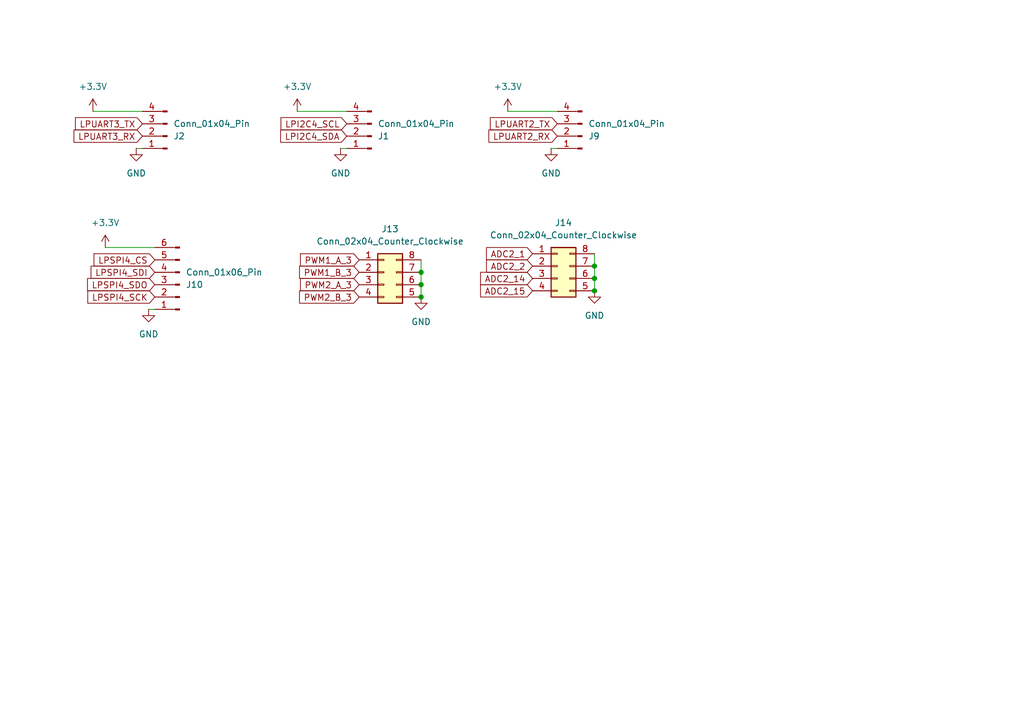
<source format=kicad_sch>
(kicad_sch
	(version 20231120)
	(generator "eeschema")
	(generator_version "8.0")
	(uuid "e0a678ed-3d0f-436f-91a5-04559ba6ca7e")
	(paper "A5")
	(title_block
		(title "RT1050 DevBoard for Project Horizon")
		(rev "v1")
		(company "Northeastern University")
		(comment 1 "Built by Madhav Kapa")
	)
	(lib_symbols
		(symbol "Connector:Conn_01x04_Pin"
			(pin_names
				(offset 1.016) hide)
			(exclude_from_sim no)
			(in_bom yes)
			(on_board yes)
			(property "Reference" "J"
				(at 0 5.08 0)
				(effects
					(font
						(size 1.27 1.27)
					)
				)
			)
			(property "Value" "Conn_01x04_Pin"
				(at 0 -7.62 0)
				(effects
					(font
						(size 1.27 1.27)
					)
				)
			)
			(property "Footprint" ""
				(at 0 0 0)
				(effects
					(font
						(size 1.27 1.27)
					)
					(hide yes)
				)
			)
			(property "Datasheet" "~"
				(at 0 0 0)
				(effects
					(font
						(size 1.27 1.27)
					)
					(hide yes)
				)
			)
			(property "Description" "Generic connector, single row, 01x04, script generated"
				(at 0 0 0)
				(effects
					(font
						(size 1.27 1.27)
					)
					(hide yes)
				)
			)
			(property "ki_locked" ""
				(at 0 0 0)
				(effects
					(font
						(size 1.27 1.27)
					)
				)
			)
			(property "ki_keywords" "connector"
				(at 0 0 0)
				(effects
					(font
						(size 1.27 1.27)
					)
					(hide yes)
				)
			)
			(property "ki_fp_filters" "Connector*:*_1x??_*"
				(at 0 0 0)
				(effects
					(font
						(size 1.27 1.27)
					)
					(hide yes)
				)
			)
			(symbol "Conn_01x04_Pin_1_1"
				(polyline
					(pts
						(xy 1.27 -5.08) (xy 0.8636 -5.08)
					)
					(stroke
						(width 0.1524)
						(type default)
					)
					(fill
						(type none)
					)
				)
				(polyline
					(pts
						(xy 1.27 -2.54) (xy 0.8636 -2.54)
					)
					(stroke
						(width 0.1524)
						(type default)
					)
					(fill
						(type none)
					)
				)
				(polyline
					(pts
						(xy 1.27 0) (xy 0.8636 0)
					)
					(stroke
						(width 0.1524)
						(type default)
					)
					(fill
						(type none)
					)
				)
				(polyline
					(pts
						(xy 1.27 2.54) (xy 0.8636 2.54)
					)
					(stroke
						(width 0.1524)
						(type default)
					)
					(fill
						(type none)
					)
				)
				(rectangle
					(start 0.8636 -4.953)
					(end 0 -5.207)
					(stroke
						(width 0.1524)
						(type default)
					)
					(fill
						(type outline)
					)
				)
				(rectangle
					(start 0.8636 -2.413)
					(end 0 -2.667)
					(stroke
						(width 0.1524)
						(type default)
					)
					(fill
						(type outline)
					)
				)
				(rectangle
					(start 0.8636 0.127)
					(end 0 -0.127)
					(stroke
						(width 0.1524)
						(type default)
					)
					(fill
						(type outline)
					)
				)
				(rectangle
					(start 0.8636 2.667)
					(end 0 2.413)
					(stroke
						(width 0.1524)
						(type default)
					)
					(fill
						(type outline)
					)
				)
				(pin passive line
					(at 5.08 2.54 180)
					(length 3.81)
					(name "Pin_1"
						(effects
							(font
								(size 1.27 1.27)
							)
						)
					)
					(number "1"
						(effects
							(font
								(size 1.27 1.27)
							)
						)
					)
				)
				(pin passive line
					(at 5.08 0 180)
					(length 3.81)
					(name "Pin_2"
						(effects
							(font
								(size 1.27 1.27)
							)
						)
					)
					(number "2"
						(effects
							(font
								(size 1.27 1.27)
							)
						)
					)
				)
				(pin passive line
					(at 5.08 -2.54 180)
					(length 3.81)
					(name "Pin_3"
						(effects
							(font
								(size 1.27 1.27)
							)
						)
					)
					(number "3"
						(effects
							(font
								(size 1.27 1.27)
							)
						)
					)
				)
				(pin passive line
					(at 5.08 -5.08 180)
					(length 3.81)
					(name "Pin_4"
						(effects
							(font
								(size 1.27 1.27)
							)
						)
					)
					(number "4"
						(effects
							(font
								(size 1.27 1.27)
							)
						)
					)
				)
			)
		)
		(symbol "Connector:Conn_01x06_Pin"
			(pin_names
				(offset 1.016) hide)
			(exclude_from_sim no)
			(in_bom yes)
			(on_board yes)
			(property "Reference" "J"
				(at 0 7.62 0)
				(effects
					(font
						(size 1.27 1.27)
					)
				)
			)
			(property "Value" "Conn_01x06_Pin"
				(at 0 -10.16 0)
				(effects
					(font
						(size 1.27 1.27)
					)
				)
			)
			(property "Footprint" ""
				(at 0 0 0)
				(effects
					(font
						(size 1.27 1.27)
					)
					(hide yes)
				)
			)
			(property "Datasheet" "~"
				(at 0 0 0)
				(effects
					(font
						(size 1.27 1.27)
					)
					(hide yes)
				)
			)
			(property "Description" "Generic connector, single row, 01x06, script generated"
				(at 0 0 0)
				(effects
					(font
						(size 1.27 1.27)
					)
					(hide yes)
				)
			)
			(property "ki_locked" ""
				(at 0 0 0)
				(effects
					(font
						(size 1.27 1.27)
					)
				)
			)
			(property "ki_keywords" "connector"
				(at 0 0 0)
				(effects
					(font
						(size 1.27 1.27)
					)
					(hide yes)
				)
			)
			(property "ki_fp_filters" "Connector*:*_1x??_*"
				(at 0 0 0)
				(effects
					(font
						(size 1.27 1.27)
					)
					(hide yes)
				)
			)
			(symbol "Conn_01x06_Pin_1_1"
				(polyline
					(pts
						(xy 1.27 -7.62) (xy 0.8636 -7.62)
					)
					(stroke
						(width 0.1524)
						(type default)
					)
					(fill
						(type none)
					)
				)
				(polyline
					(pts
						(xy 1.27 -5.08) (xy 0.8636 -5.08)
					)
					(stroke
						(width 0.1524)
						(type default)
					)
					(fill
						(type none)
					)
				)
				(polyline
					(pts
						(xy 1.27 -2.54) (xy 0.8636 -2.54)
					)
					(stroke
						(width 0.1524)
						(type default)
					)
					(fill
						(type none)
					)
				)
				(polyline
					(pts
						(xy 1.27 0) (xy 0.8636 0)
					)
					(stroke
						(width 0.1524)
						(type default)
					)
					(fill
						(type none)
					)
				)
				(polyline
					(pts
						(xy 1.27 2.54) (xy 0.8636 2.54)
					)
					(stroke
						(width 0.1524)
						(type default)
					)
					(fill
						(type none)
					)
				)
				(polyline
					(pts
						(xy 1.27 5.08) (xy 0.8636 5.08)
					)
					(stroke
						(width 0.1524)
						(type default)
					)
					(fill
						(type none)
					)
				)
				(rectangle
					(start 0.8636 -7.493)
					(end 0 -7.747)
					(stroke
						(width 0.1524)
						(type default)
					)
					(fill
						(type outline)
					)
				)
				(rectangle
					(start 0.8636 -4.953)
					(end 0 -5.207)
					(stroke
						(width 0.1524)
						(type default)
					)
					(fill
						(type outline)
					)
				)
				(rectangle
					(start 0.8636 -2.413)
					(end 0 -2.667)
					(stroke
						(width 0.1524)
						(type default)
					)
					(fill
						(type outline)
					)
				)
				(rectangle
					(start 0.8636 0.127)
					(end 0 -0.127)
					(stroke
						(width 0.1524)
						(type default)
					)
					(fill
						(type outline)
					)
				)
				(rectangle
					(start 0.8636 2.667)
					(end 0 2.413)
					(stroke
						(width 0.1524)
						(type default)
					)
					(fill
						(type outline)
					)
				)
				(rectangle
					(start 0.8636 5.207)
					(end 0 4.953)
					(stroke
						(width 0.1524)
						(type default)
					)
					(fill
						(type outline)
					)
				)
				(pin passive line
					(at 5.08 5.08 180)
					(length 3.81)
					(name "Pin_1"
						(effects
							(font
								(size 1.27 1.27)
							)
						)
					)
					(number "1"
						(effects
							(font
								(size 1.27 1.27)
							)
						)
					)
				)
				(pin passive line
					(at 5.08 2.54 180)
					(length 3.81)
					(name "Pin_2"
						(effects
							(font
								(size 1.27 1.27)
							)
						)
					)
					(number "2"
						(effects
							(font
								(size 1.27 1.27)
							)
						)
					)
				)
				(pin passive line
					(at 5.08 0 180)
					(length 3.81)
					(name "Pin_3"
						(effects
							(font
								(size 1.27 1.27)
							)
						)
					)
					(number "3"
						(effects
							(font
								(size 1.27 1.27)
							)
						)
					)
				)
				(pin passive line
					(at 5.08 -2.54 180)
					(length 3.81)
					(name "Pin_4"
						(effects
							(font
								(size 1.27 1.27)
							)
						)
					)
					(number "4"
						(effects
							(font
								(size 1.27 1.27)
							)
						)
					)
				)
				(pin passive line
					(at 5.08 -5.08 180)
					(length 3.81)
					(name "Pin_5"
						(effects
							(font
								(size 1.27 1.27)
							)
						)
					)
					(number "5"
						(effects
							(font
								(size 1.27 1.27)
							)
						)
					)
				)
				(pin passive line
					(at 5.08 -7.62 180)
					(length 3.81)
					(name "Pin_6"
						(effects
							(font
								(size 1.27 1.27)
							)
						)
					)
					(number "6"
						(effects
							(font
								(size 1.27 1.27)
							)
						)
					)
				)
			)
		)
		(symbol "Connector_Generic:Conn_02x04_Counter_Clockwise"
			(pin_names
				(offset 1.016) hide)
			(exclude_from_sim no)
			(in_bom yes)
			(on_board yes)
			(property "Reference" "J"
				(at 1.27 5.08 0)
				(effects
					(font
						(size 1.27 1.27)
					)
				)
			)
			(property "Value" "Conn_02x04_Counter_Clockwise"
				(at 1.27 -7.62 0)
				(effects
					(font
						(size 1.27 1.27)
					)
				)
			)
			(property "Footprint" ""
				(at 0 0 0)
				(effects
					(font
						(size 1.27 1.27)
					)
					(hide yes)
				)
			)
			(property "Datasheet" "~"
				(at 0 0 0)
				(effects
					(font
						(size 1.27 1.27)
					)
					(hide yes)
				)
			)
			(property "Description" "Generic connector, double row, 02x04, counter clockwise pin numbering scheme (similar to DIP package numbering), script generated (kicad-library-utils/schlib/autogen/connector/)"
				(at 0 0 0)
				(effects
					(font
						(size 1.27 1.27)
					)
					(hide yes)
				)
			)
			(property "ki_keywords" "connector"
				(at 0 0 0)
				(effects
					(font
						(size 1.27 1.27)
					)
					(hide yes)
				)
			)
			(property "ki_fp_filters" "Connector*:*_2x??_*"
				(at 0 0 0)
				(effects
					(font
						(size 1.27 1.27)
					)
					(hide yes)
				)
			)
			(symbol "Conn_02x04_Counter_Clockwise_1_1"
				(rectangle
					(start -1.27 -4.953)
					(end 0 -5.207)
					(stroke
						(width 0.1524)
						(type default)
					)
					(fill
						(type none)
					)
				)
				(rectangle
					(start -1.27 -2.413)
					(end 0 -2.667)
					(stroke
						(width 0.1524)
						(type default)
					)
					(fill
						(type none)
					)
				)
				(rectangle
					(start -1.27 0.127)
					(end 0 -0.127)
					(stroke
						(width 0.1524)
						(type default)
					)
					(fill
						(type none)
					)
				)
				(rectangle
					(start -1.27 2.667)
					(end 0 2.413)
					(stroke
						(width 0.1524)
						(type default)
					)
					(fill
						(type none)
					)
				)
				(rectangle
					(start -1.27 3.81)
					(end 3.81 -6.35)
					(stroke
						(width 0.254)
						(type default)
					)
					(fill
						(type background)
					)
				)
				(rectangle
					(start 3.81 -4.953)
					(end 2.54 -5.207)
					(stroke
						(width 0.1524)
						(type default)
					)
					(fill
						(type none)
					)
				)
				(rectangle
					(start 3.81 -2.413)
					(end 2.54 -2.667)
					(stroke
						(width 0.1524)
						(type default)
					)
					(fill
						(type none)
					)
				)
				(rectangle
					(start 3.81 0.127)
					(end 2.54 -0.127)
					(stroke
						(width 0.1524)
						(type default)
					)
					(fill
						(type none)
					)
				)
				(rectangle
					(start 3.81 2.667)
					(end 2.54 2.413)
					(stroke
						(width 0.1524)
						(type default)
					)
					(fill
						(type none)
					)
				)
				(pin passive line
					(at -5.08 2.54 0)
					(length 3.81)
					(name "Pin_1"
						(effects
							(font
								(size 1.27 1.27)
							)
						)
					)
					(number "1"
						(effects
							(font
								(size 1.27 1.27)
							)
						)
					)
				)
				(pin passive line
					(at -5.08 0 0)
					(length 3.81)
					(name "Pin_2"
						(effects
							(font
								(size 1.27 1.27)
							)
						)
					)
					(number "2"
						(effects
							(font
								(size 1.27 1.27)
							)
						)
					)
				)
				(pin passive line
					(at -5.08 -2.54 0)
					(length 3.81)
					(name "Pin_3"
						(effects
							(font
								(size 1.27 1.27)
							)
						)
					)
					(number "3"
						(effects
							(font
								(size 1.27 1.27)
							)
						)
					)
				)
				(pin passive line
					(at -5.08 -5.08 0)
					(length 3.81)
					(name "Pin_4"
						(effects
							(font
								(size 1.27 1.27)
							)
						)
					)
					(number "4"
						(effects
							(font
								(size 1.27 1.27)
							)
						)
					)
				)
				(pin passive line
					(at 7.62 -5.08 180)
					(length 3.81)
					(name "Pin_5"
						(effects
							(font
								(size 1.27 1.27)
							)
						)
					)
					(number "5"
						(effects
							(font
								(size 1.27 1.27)
							)
						)
					)
				)
				(pin passive line
					(at 7.62 -2.54 180)
					(length 3.81)
					(name "Pin_6"
						(effects
							(font
								(size 1.27 1.27)
							)
						)
					)
					(number "6"
						(effects
							(font
								(size 1.27 1.27)
							)
						)
					)
				)
				(pin passive line
					(at 7.62 0 180)
					(length 3.81)
					(name "Pin_7"
						(effects
							(font
								(size 1.27 1.27)
							)
						)
					)
					(number "7"
						(effects
							(font
								(size 1.27 1.27)
							)
						)
					)
				)
				(pin passive line
					(at 7.62 2.54 180)
					(length 3.81)
					(name "Pin_8"
						(effects
							(font
								(size 1.27 1.27)
							)
						)
					)
					(number "8"
						(effects
							(font
								(size 1.27 1.27)
							)
						)
					)
				)
			)
		)
		(symbol "power:+3.3V"
			(power)
			(pin_numbers hide)
			(pin_names
				(offset 0) hide)
			(exclude_from_sim no)
			(in_bom yes)
			(on_board yes)
			(property "Reference" "#PWR"
				(at 0 -3.81 0)
				(effects
					(font
						(size 1.27 1.27)
					)
					(hide yes)
				)
			)
			(property "Value" "+3.3V"
				(at 0 3.556 0)
				(effects
					(font
						(size 1.27 1.27)
					)
				)
			)
			(property "Footprint" ""
				(at 0 0 0)
				(effects
					(font
						(size 1.27 1.27)
					)
					(hide yes)
				)
			)
			(property "Datasheet" ""
				(at 0 0 0)
				(effects
					(font
						(size 1.27 1.27)
					)
					(hide yes)
				)
			)
			(property "Description" "Power symbol creates a global label with name \"+3.3V\""
				(at 0 0 0)
				(effects
					(font
						(size 1.27 1.27)
					)
					(hide yes)
				)
			)
			(property "ki_keywords" "global power"
				(at 0 0 0)
				(effects
					(font
						(size 1.27 1.27)
					)
					(hide yes)
				)
			)
			(symbol "+3.3V_0_1"
				(polyline
					(pts
						(xy -0.762 1.27) (xy 0 2.54)
					)
					(stroke
						(width 0)
						(type default)
					)
					(fill
						(type none)
					)
				)
				(polyline
					(pts
						(xy 0 0) (xy 0 2.54)
					)
					(stroke
						(width 0)
						(type default)
					)
					(fill
						(type none)
					)
				)
				(polyline
					(pts
						(xy 0 2.54) (xy 0.762 1.27)
					)
					(stroke
						(width 0)
						(type default)
					)
					(fill
						(type none)
					)
				)
			)
			(symbol "+3.3V_1_1"
				(pin power_in line
					(at 0 0 90)
					(length 0)
					(name "~"
						(effects
							(font
								(size 1.27 1.27)
							)
						)
					)
					(number "1"
						(effects
							(font
								(size 1.27 1.27)
							)
						)
					)
				)
			)
		)
		(symbol "power:GND"
			(power)
			(pin_numbers hide)
			(pin_names
				(offset 0) hide)
			(exclude_from_sim no)
			(in_bom yes)
			(on_board yes)
			(property "Reference" "#PWR"
				(at 0 -6.35 0)
				(effects
					(font
						(size 1.27 1.27)
					)
					(hide yes)
				)
			)
			(property "Value" "GND"
				(at 0 -3.81 0)
				(effects
					(font
						(size 1.27 1.27)
					)
				)
			)
			(property "Footprint" ""
				(at 0 0 0)
				(effects
					(font
						(size 1.27 1.27)
					)
					(hide yes)
				)
			)
			(property "Datasheet" ""
				(at 0 0 0)
				(effects
					(font
						(size 1.27 1.27)
					)
					(hide yes)
				)
			)
			(property "Description" "Power symbol creates a global label with name \"GND\" , ground"
				(at 0 0 0)
				(effects
					(font
						(size 1.27 1.27)
					)
					(hide yes)
				)
			)
			(property "ki_keywords" "global power"
				(at 0 0 0)
				(effects
					(font
						(size 1.27 1.27)
					)
					(hide yes)
				)
			)
			(symbol "GND_0_1"
				(polyline
					(pts
						(xy 0 0) (xy 0 -1.27) (xy 1.27 -1.27) (xy 0 -2.54) (xy -1.27 -1.27) (xy 0 -1.27)
					)
					(stroke
						(width 0)
						(type default)
					)
					(fill
						(type none)
					)
				)
			)
			(symbol "GND_1_1"
				(pin power_in line
					(at 0 0 270)
					(length 0)
					(name "~"
						(effects
							(font
								(size 1.27 1.27)
							)
						)
					)
					(number "1"
						(effects
							(font
								(size 1.27 1.27)
							)
						)
					)
				)
			)
		)
	)
	(junction
		(at 86.36 55.88)
		(diameter 0)
		(color 0 0 0 0)
		(uuid "01099d12-0795-4414-9bdc-e5066b44c07a")
	)
	(junction
		(at 86.36 60.96)
		(diameter 0)
		(color 0 0 0 0)
		(uuid "6c16f436-b733-4f13-b3ec-2c495950a1ea")
	)
	(junction
		(at 121.92 54.61)
		(diameter 0)
		(color 0 0 0 0)
		(uuid "99e3c830-f009-43b9-bc5e-d9a4c3938730")
	)
	(junction
		(at 86.36 58.42)
		(diameter 0)
		(color 0 0 0 0)
		(uuid "d5c95daa-131c-466a-81a4-1b95cc800c8d")
	)
	(junction
		(at 121.92 57.15)
		(diameter 0)
		(color 0 0 0 0)
		(uuid "d9961c88-1025-48a4-8959-c46727cd687e")
	)
	(junction
		(at 121.92 59.69)
		(diameter 0)
		(color 0 0 0 0)
		(uuid "fbc37101-c340-46bb-bbc1-5905261a3b90")
	)
	(wire
		(pts
			(xy 86.36 53.34) (xy 86.36 55.88)
		)
		(stroke
			(width 0)
			(type default)
		)
		(uuid "0680189b-b131-4edf-ae72-f8e41b172462")
	)
	(wire
		(pts
			(xy 19.05 22.86) (xy 29.21 22.86)
		)
		(stroke
			(width 0)
			(type default)
		)
		(uuid "18aa953b-703e-4e76-b04f-224a376a8728")
	)
	(wire
		(pts
			(xy 86.36 58.42) (xy 86.36 60.96)
		)
		(stroke
			(width 0)
			(type default)
		)
		(uuid "23a5b136-f207-4de4-9dba-d8a7c0d46b14")
	)
	(wire
		(pts
			(xy 69.85 30.48) (xy 71.12 30.48)
		)
		(stroke
			(width 0)
			(type default)
		)
		(uuid "23b81084-d0a2-4f4d-9535-fc49a1c78031")
	)
	(wire
		(pts
			(xy 113.03 30.48) (xy 114.3 30.48)
		)
		(stroke
			(width 0)
			(type default)
		)
		(uuid "35f228b2-b911-4207-9a2c-1dab505de5be")
	)
	(wire
		(pts
			(xy 30.48 63.5) (xy 31.75 63.5)
		)
		(stroke
			(width 0)
			(type default)
		)
		(uuid "469a0e5a-6477-47e6-8b04-d36f096f217a")
	)
	(wire
		(pts
			(xy 27.94 30.48) (xy 29.21 30.48)
		)
		(stroke
			(width 0)
			(type default)
		)
		(uuid "48682bb5-868c-4667-9d1a-0e19914bc716")
	)
	(wire
		(pts
			(xy 60.96 22.86) (xy 71.12 22.86)
		)
		(stroke
			(width 0)
			(type default)
		)
		(uuid "4d0a00f0-4592-4b5f-9f51-c483f7ab2f95")
	)
	(wire
		(pts
			(xy 104.14 22.86) (xy 114.3 22.86)
		)
		(stroke
			(width 0)
			(type default)
		)
		(uuid "504bbe1d-1e92-40d6-8559-1679ef294856")
	)
	(wire
		(pts
			(xy 21.59 50.8) (xy 31.75 50.8)
		)
		(stroke
			(width 0)
			(type default)
		)
		(uuid "70aa4e0b-eeff-4736-b1b4-1ba424575b3c")
	)
	(wire
		(pts
			(xy 121.92 57.15) (xy 121.92 59.69)
		)
		(stroke
			(width 0)
			(type default)
		)
		(uuid "86f67e4d-ad60-4357-bfb9-362986d35b67")
	)
	(wire
		(pts
			(xy 121.92 54.61) (xy 121.92 57.15)
		)
		(stroke
			(width 0)
			(type default)
		)
		(uuid "9eb6fe65-4a65-4677-b62f-d40bdfe425c6")
	)
	(wire
		(pts
			(xy 121.92 52.07) (xy 121.92 54.61)
		)
		(stroke
			(width 0)
			(type default)
		)
		(uuid "b3666fac-9bf8-4e84-8344-ec99084b3ea8")
	)
	(wire
		(pts
			(xy 86.36 55.88) (xy 86.36 58.42)
		)
		(stroke
			(width 0)
			(type default)
		)
		(uuid "c71c4d22-bf6c-4a96-8fa6-588d66d25fd2")
	)
	(global_label "PWM1_A_3"
		(shape input)
		(at 73.66 53.34 180)
		(fields_autoplaced yes)
		(effects
			(font
				(size 1.27 1.27)
			)
			(justify right)
		)
		(uuid "02cc2d27-42a2-4353-9d72-cd92349fefe9")
		(property "Intersheetrefs" "${INTERSHEET_REFS}"
			(at 61.0592 53.34 0)
			(effects
				(font
					(size 1.27 1.27)
				)
				(justify right)
				(hide yes)
			)
		)
	)
	(global_label "LPI2C4_SCL"
		(shape input)
		(at 71.12 25.4 180)
		(fields_autoplaced yes)
		(effects
			(font
				(size 1.27 1.27)
			)
			(justify right)
		)
		(uuid "1d9ff886-1ae9-49ac-8ad0-5a384d405a64")
		(property "Intersheetrefs" "${INTERSHEET_REFS}"
			(at 57.0677 25.4 0)
			(effects
				(font
					(size 1.27 1.27)
				)
				(justify right)
				(hide yes)
			)
		)
	)
	(global_label "LPSPI4_SDO"
		(shape input)
		(at 31.75 58.42 180)
		(fields_autoplaced yes)
		(effects
			(font
				(size 1.27 1.27)
			)
			(justify right)
		)
		(uuid "2229d398-e0fb-423c-8157-f2e89b73e94d")
		(property "Intersheetrefs" "${INTERSHEET_REFS}"
			(at 17.3953 58.42 0)
			(effects
				(font
					(size 1.27 1.27)
				)
				(justify right)
				(hide yes)
			)
		)
	)
	(global_label "ADC2_14"
		(shape input)
		(at 109.22 57.15 180)
		(fields_autoplaced yes)
		(effects
			(font
				(size 1.27 1.27)
			)
			(justify right)
		)
		(uuid "2a7da713-b6cd-45db-a825-2bb023f569f8")
		(property "Intersheetrefs" "${INTERSHEET_REFS}"
			(at 98.0101 57.15 0)
			(effects
				(font
					(size 1.27 1.27)
				)
				(justify right)
				(hide yes)
			)
		)
	)
	(global_label "LPUART3_RX"
		(shape input)
		(at 29.21 27.94 180)
		(fields_autoplaced yes)
		(effects
			(font
				(size 1.27 1.27)
			)
			(justify right)
		)
		(uuid "37cbcb63-072f-4165-b0ab-3825988e324b")
		(property "Intersheetrefs" "${INTERSHEET_REFS}"
			(at 14.6134 27.94 0)
			(effects
				(font
					(size 1.27 1.27)
				)
				(justify right)
				(hide yes)
			)
		)
	)
	(global_label "LPUART3_TX"
		(shape input)
		(at 29.21 25.4 180)
		(fields_autoplaced yes)
		(effects
			(font
				(size 1.27 1.27)
			)
			(justify right)
		)
		(uuid "3b552440-19c8-452c-87fc-7a7af1506faf")
		(property "Intersheetrefs" "${INTERSHEET_REFS}"
			(at 14.9158 25.4 0)
			(effects
				(font
					(size 1.27 1.27)
				)
				(justify right)
				(hide yes)
			)
		)
	)
	(global_label "ADC2_2"
		(shape input)
		(at 109.22 54.61 180)
		(fields_autoplaced yes)
		(effects
			(font
				(size 1.27 1.27)
			)
			(justify right)
		)
		(uuid "4bfbd57f-d2da-4c1f-b824-f53ba0b5b17c")
		(property "Intersheetrefs" "${INTERSHEET_REFS}"
			(at 99.2196 54.61 0)
			(effects
				(font
					(size 1.27 1.27)
				)
				(justify right)
				(hide yes)
			)
		)
	)
	(global_label "ADC2_1"
		(shape input)
		(at 109.22 52.07 180)
		(fields_autoplaced yes)
		(effects
			(font
				(size 1.27 1.27)
			)
			(justify right)
		)
		(uuid "5711a003-12c4-4cf7-a20d-300b29349fac")
		(property "Intersheetrefs" "${INTERSHEET_REFS}"
			(at 99.2196 52.07 0)
			(effects
				(font
					(size 1.27 1.27)
				)
				(justify right)
				(hide yes)
			)
		)
	)
	(global_label "LPUART2_TX"
		(shape input)
		(at 114.3 25.4 180)
		(fields_autoplaced yes)
		(effects
			(font
				(size 1.27 1.27)
			)
			(justify right)
		)
		(uuid "5a1abc35-0cdb-4326-8430-78a2a3926f1a")
		(property "Intersheetrefs" "${INTERSHEET_REFS}"
			(at 100.0058 25.4 0)
			(effects
				(font
					(size 1.27 1.27)
				)
				(justify right)
				(hide yes)
			)
		)
	)
	(global_label "LPSPI4_SDI"
		(shape input)
		(at 31.75 55.88 180)
		(fields_autoplaced yes)
		(effects
			(font
				(size 1.27 1.27)
			)
			(justify right)
		)
		(uuid "76bfeea7-baef-45a9-8466-9827b2ecc2ad")
		(property "Intersheetrefs" "${INTERSHEET_REFS}"
			(at 18.121 55.88 0)
			(effects
				(font
					(size 1.27 1.27)
				)
				(justify right)
				(hide yes)
			)
		)
	)
	(global_label "ADC2_15"
		(shape input)
		(at 109.22 59.69 180)
		(fields_autoplaced yes)
		(effects
			(font
				(size 1.27 1.27)
			)
			(justify right)
		)
		(uuid "8dcd9c94-79ce-4f2d-9cec-2fb348fa134d")
		(property "Intersheetrefs" "${INTERSHEET_REFS}"
			(at 98.0101 59.69 0)
			(effects
				(font
					(size 1.27 1.27)
				)
				(justify right)
				(hide yes)
			)
		)
	)
	(global_label "LPSPI4_CS"
		(shape input)
		(at 31.75 53.34 180)
		(fields_autoplaced yes)
		(effects
			(font
				(size 1.27 1.27)
			)
			(justify right)
		)
		(uuid "a5fec3f8-e4d3-442b-a178-2d5661b20c66")
		(property "Intersheetrefs" "${INTERSHEET_REFS}"
			(at 18.7258 53.34 0)
			(effects
				(font
					(size 1.27 1.27)
				)
				(justify right)
				(hide yes)
			)
		)
	)
	(global_label "LPSPI4_SCK"
		(shape input)
		(at 31.75 60.96 180)
		(fields_autoplaced yes)
		(effects
			(font
				(size 1.27 1.27)
			)
			(justify right)
		)
		(uuid "bb9d986e-079b-4f8a-b2f8-93ad1c0c2559")
		(property "Intersheetrefs" "${INTERSHEET_REFS}"
			(at 17.4558 60.96 0)
			(effects
				(font
					(size 1.27 1.27)
				)
				(justify right)
				(hide yes)
			)
		)
	)
	(global_label "PWM2_B_3"
		(shape input)
		(at 73.66 60.96 180)
		(fields_autoplaced yes)
		(effects
			(font
				(size 1.27 1.27)
			)
			(justify right)
		)
		(uuid "bc1579f1-732b-4c5b-8ad9-2b784119c6d5")
		(property "Intersheetrefs" "${INTERSHEET_REFS}"
			(at 60.8778 60.96 0)
			(effects
				(font
					(size 1.27 1.27)
				)
				(justify right)
				(hide yes)
			)
		)
	)
	(global_label "PWM2_A_3"
		(shape input)
		(at 73.66 58.42 180)
		(fields_autoplaced yes)
		(effects
			(font
				(size 1.27 1.27)
			)
			(justify right)
		)
		(uuid "c1ffdf44-88fd-47df-a441-6e79df18561b")
		(property "Intersheetrefs" "${INTERSHEET_REFS}"
			(at 61.0592 58.42 0)
			(effects
				(font
					(size 1.27 1.27)
				)
				(justify right)
				(hide yes)
			)
		)
	)
	(global_label "LPUART2_RX"
		(shape input)
		(at 114.3 27.94 180)
		(fields_autoplaced yes)
		(effects
			(font
				(size 1.27 1.27)
			)
			(justify right)
		)
		(uuid "e739f81b-2bef-42ff-845e-8235c647a65c")
		(property "Intersheetrefs" "${INTERSHEET_REFS}"
			(at 99.7034 27.94 0)
			(effects
				(font
					(size 1.27 1.27)
				)
				(justify right)
				(hide yes)
			)
		)
	)
	(global_label "PWM1_B_3"
		(shape input)
		(at 73.66 55.88 180)
		(fields_autoplaced yes)
		(effects
			(font
				(size 1.27 1.27)
			)
			(justify right)
		)
		(uuid "ed388c4f-e0a5-4538-a614-56de96e56a3e")
		(property "Intersheetrefs" "${INTERSHEET_REFS}"
			(at 60.8778 55.88 0)
			(effects
				(font
					(size 1.27 1.27)
				)
				(justify right)
				(hide yes)
			)
		)
	)
	(global_label "LPI2C4_SDA"
		(shape input)
		(at 71.12 27.94 180)
		(fields_autoplaced yes)
		(effects
			(font
				(size 1.27 1.27)
			)
			(justify right)
		)
		(uuid "fabd6bc4-0513-4ce7-8854-bc682b81186d")
		(property "Intersheetrefs" "${INTERSHEET_REFS}"
			(at 57.0072 27.94 0)
			(effects
				(font
					(size 1.27 1.27)
				)
				(justify right)
				(hide yes)
			)
		)
	)
	(symbol
		(lib_id "power:+3.3V")
		(at 104.14 22.86 0)
		(unit 1)
		(exclude_from_sim no)
		(in_bom yes)
		(on_board yes)
		(dnp no)
		(fields_autoplaced yes)
		(uuid "0838eed7-609c-4a68-a0a4-6d2bca8608cc")
		(property "Reference" "#PWR073"
			(at 104.14 26.67 0)
			(effects
				(font
					(size 1.27 1.27)
				)
				(hide yes)
			)
		)
		(property "Value" "+3.3V"
			(at 104.14 17.78 0)
			(effects
				(font
					(size 1.27 1.27)
				)
			)
		)
		(property "Footprint" ""
			(at 104.14 22.86 0)
			(effects
				(font
					(size 1.27 1.27)
				)
				(hide yes)
			)
		)
		(property "Datasheet" ""
			(at 104.14 22.86 0)
			(effects
				(font
					(size 1.27 1.27)
				)
				(hide yes)
			)
		)
		(property "Description" "Power symbol creates a global label with name \"+3.3V\""
			(at 104.14 22.86 0)
			(effects
				(font
					(size 1.27 1.27)
				)
				(hide yes)
			)
		)
		(pin "1"
			(uuid "e5821be2-e27b-481f-8f6b-099bc1efa662")
		)
		(instances
			(project "RT1050"
				(path "/dd9d031d-43a1-4442-b493-27451a14e0d9/72e9a789-8fe7-413e-81ff-40ca14e4e7a2"
					(reference "#PWR073")
					(unit 1)
				)
			)
		)
	)
	(symbol
		(lib_id "power:GND")
		(at 30.48 63.5 0)
		(unit 1)
		(exclude_from_sim no)
		(in_bom yes)
		(on_board yes)
		(dnp no)
		(fields_autoplaced yes)
		(uuid "0d183ec8-42c1-4fd5-994e-33d3cd53fd2b")
		(property "Reference" "#PWR084"
			(at 30.48 69.85 0)
			(effects
				(font
					(size 1.27 1.27)
				)
				(hide yes)
			)
		)
		(property "Value" "GND"
			(at 30.48 68.58 0)
			(effects
				(font
					(size 1.27 1.27)
				)
			)
		)
		(property "Footprint" ""
			(at 30.48 63.5 0)
			(effects
				(font
					(size 1.27 1.27)
				)
				(hide yes)
			)
		)
		(property "Datasheet" ""
			(at 30.48 63.5 0)
			(effects
				(font
					(size 1.27 1.27)
				)
				(hide yes)
			)
		)
		(property "Description" "Power symbol creates a global label with name \"GND\" , ground"
			(at 30.48 63.5 0)
			(effects
				(font
					(size 1.27 1.27)
				)
				(hide yes)
			)
		)
		(pin "1"
			(uuid "85c63d82-e68c-4a53-a922-e48aab0346c6")
		)
		(instances
			(project "RT1050"
				(path "/dd9d031d-43a1-4442-b493-27451a14e0d9/72e9a789-8fe7-413e-81ff-40ca14e4e7a2"
					(reference "#PWR084")
					(unit 1)
				)
			)
		)
	)
	(symbol
		(lib_id "Connector:Conn_01x06_Pin")
		(at 36.83 58.42 180)
		(unit 1)
		(exclude_from_sim no)
		(in_bom yes)
		(on_board yes)
		(dnp no)
		(uuid "2690f91c-67b1-4b39-a4b9-9557dc30b115")
		(property "Reference" "J10"
			(at 38.1 58.4201 0)
			(effects
				(font
					(size 1.27 1.27)
				)
				(justify right)
			)
		)
		(property "Value" "Conn_01x06_Pin"
			(at 38.1 55.8801 0)
			(effects
				(font
					(size 1.27 1.27)
				)
				(justify right)
			)
		)
		(property "Footprint" "Connector_PinHeader_2.00mm:PinHeader_1x06_P2.00mm_Vertical"
			(at 36.83 58.42 0)
			(effects
				(font
					(size 1.27 1.27)
				)
				(hide yes)
			)
		)
		(property "Datasheet" "~"
			(at 36.83 58.42 0)
			(effects
				(font
					(size 1.27 1.27)
				)
				(hide yes)
			)
		)
		(property "Description" "Generic connector, single row, 01x06, script generated"
			(at 36.83 58.42 0)
			(effects
				(font
					(size 1.27 1.27)
				)
				(hide yes)
			)
		)
		(property "Flight" ""
			(at 36.83 58.42 0)
			(effects
				(font
					(size 1.27 1.27)
				)
				(hide yes)
			)
		)
		(property "Proto" ""
			(at 36.83 58.42 0)
			(effects
				(font
					(size 1.27 1.27)
				)
				(hide yes)
			)
		)
		(pin "2"
			(uuid "df244564-c74b-426a-a505-016d9b2d3f58")
		)
		(pin "4"
			(uuid "85dde31d-3168-4f73-98a2-db3fbef8c395")
		)
		(pin "3"
			(uuid "d48323e4-d972-4613-bfa3-65c3a9d243a5")
		)
		(pin "1"
			(uuid "3eb3beb0-c075-417f-a26b-ec9b46c0b145")
		)
		(pin "6"
			(uuid "6ce34234-62dd-4b1e-abbb-b5279abf48b5")
		)
		(pin "5"
			(uuid "29765eec-03e4-4535-8c36-c4c317196338")
		)
		(instances
			(project "RT1050"
				(path "/dd9d031d-43a1-4442-b493-27451a14e0d9/72e9a789-8fe7-413e-81ff-40ca14e4e7a2"
					(reference "J10")
					(unit 1)
				)
			)
		)
	)
	(symbol
		(lib_id "Connector:Conn_01x04_Pin")
		(at 34.29 27.94 180)
		(unit 1)
		(exclude_from_sim no)
		(in_bom yes)
		(on_board yes)
		(dnp no)
		(uuid "306626c0-1546-4a07-89a8-63f6081d56b9")
		(property "Reference" "J2"
			(at 35.56 27.9401 0)
			(effects
				(font
					(size 1.27 1.27)
				)
				(justify right)
			)
		)
		(property "Value" "Conn_01x04_Pin"
			(at 35.56 25.4001 0)
			(effects
				(font
					(size 1.27 1.27)
				)
				(justify right)
			)
		)
		(property "Footprint" "Connector_PinHeader_2.00mm:PinHeader_1x04_P2.00mm_Vertical"
			(at 34.29 27.94 0)
			(effects
				(font
					(size 1.27 1.27)
				)
				(hide yes)
			)
		)
		(property "Datasheet" "~"
			(at 34.29 27.94 0)
			(effects
				(font
					(size 1.27 1.27)
				)
				(hide yes)
			)
		)
		(property "Description" "Generic connector, single row, 01x04, script generated"
			(at 34.29 27.94 0)
			(effects
				(font
					(size 1.27 1.27)
				)
				(hide yes)
			)
		)
		(property "Flight" ""
			(at 34.29 27.94 0)
			(effects
				(font
					(size 1.27 1.27)
				)
				(hide yes)
			)
		)
		(property "Proto" ""
			(at 34.29 27.94 0)
			(effects
				(font
					(size 1.27 1.27)
				)
				(hide yes)
			)
		)
		(pin "3"
			(uuid "cb1df5b6-fe31-4397-bdf8-2289a9e5f594")
		)
		(pin "4"
			(uuid "649d1219-7a1b-4438-9eb1-77a65f22571c")
		)
		(pin "2"
			(uuid "654c9e6f-1cda-4f88-a945-7d7b331388bd")
		)
		(pin "1"
			(uuid "f08c2c64-4928-4732-b7ed-a0d872eb053d")
		)
		(instances
			(project "RT1050"
				(path "/dd9d031d-43a1-4442-b493-27451a14e0d9/72e9a789-8fe7-413e-81ff-40ca14e4e7a2"
					(reference "J2")
					(unit 1)
				)
			)
		)
	)
	(symbol
		(lib_id "power:+3.3V")
		(at 19.05 22.86 0)
		(unit 1)
		(exclude_from_sim no)
		(in_bom yes)
		(on_board yes)
		(dnp no)
		(fields_autoplaced yes)
		(uuid "33c91736-398e-4b57-a13f-b20ee4ddb050")
		(property "Reference" "#PWR071"
			(at 19.05 26.67 0)
			(effects
				(font
					(size 1.27 1.27)
				)
				(hide yes)
			)
		)
		(property "Value" "+3.3V"
			(at 19.05 17.78 0)
			(effects
				(font
					(size 1.27 1.27)
				)
			)
		)
		(property "Footprint" ""
			(at 19.05 22.86 0)
			(effects
				(font
					(size 1.27 1.27)
				)
				(hide yes)
			)
		)
		(property "Datasheet" ""
			(at 19.05 22.86 0)
			(effects
				(font
					(size 1.27 1.27)
				)
				(hide yes)
			)
		)
		(property "Description" "Power symbol creates a global label with name \"+3.3V\""
			(at 19.05 22.86 0)
			(effects
				(font
					(size 1.27 1.27)
				)
				(hide yes)
			)
		)
		(pin "1"
			(uuid "ec38313b-bfe7-4cb0-967c-ed0bd7fbdbba")
		)
		(instances
			(project ""
				(path "/dd9d031d-43a1-4442-b493-27451a14e0d9/72e9a789-8fe7-413e-81ff-40ca14e4e7a2"
					(reference "#PWR071")
					(unit 1)
				)
			)
		)
	)
	(symbol
		(lib_id "power:GND")
		(at 113.03 30.48 0)
		(unit 1)
		(exclude_from_sim no)
		(in_bom yes)
		(on_board yes)
		(dnp no)
		(fields_autoplaced yes)
		(uuid "4d18b858-b740-4859-94a2-c3c6e0789981")
		(property "Reference" "#PWR075"
			(at 113.03 36.83 0)
			(effects
				(font
					(size 1.27 1.27)
				)
				(hide yes)
			)
		)
		(property "Value" "GND"
			(at 113.03 35.56 0)
			(effects
				(font
					(size 1.27 1.27)
				)
			)
		)
		(property "Footprint" ""
			(at 113.03 30.48 0)
			(effects
				(font
					(size 1.27 1.27)
				)
				(hide yes)
			)
		)
		(property "Datasheet" ""
			(at 113.03 30.48 0)
			(effects
				(font
					(size 1.27 1.27)
				)
				(hide yes)
			)
		)
		(property "Description" "Power symbol creates a global label with name \"GND\" , ground"
			(at 113.03 30.48 0)
			(effects
				(font
					(size 1.27 1.27)
				)
				(hide yes)
			)
		)
		(pin "1"
			(uuid "0cf87b30-a9a4-4bb6-9f95-48eb2d94b5f8")
		)
		(instances
			(project "RT1050"
				(path "/dd9d031d-43a1-4442-b493-27451a14e0d9/72e9a789-8fe7-413e-81ff-40ca14e4e7a2"
					(reference "#PWR075")
					(unit 1)
				)
			)
		)
	)
	(symbol
		(lib_id "Connector:Conn_01x04_Pin")
		(at 119.38 27.94 180)
		(unit 1)
		(exclude_from_sim no)
		(in_bom yes)
		(on_board yes)
		(dnp no)
		(uuid "5d330fa9-cfe1-435e-99e2-f930dc54970f")
		(property "Reference" "J9"
			(at 120.65 27.9401 0)
			(effects
				(font
					(size 1.27 1.27)
				)
				(justify right)
			)
		)
		(property "Value" "Conn_01x04_Pin"
			(at 120.65 25.4001 0)
			(effects
				(font
					(size 1.27 1.27)
				)
				(justify right)
			)
		)
		(property "Footprint" "Connector_PinHeader_2.00mm:PinHeader_1x04_P2.00mm_Vertical"
			(at 119.38 27.94 0)
			(effects
				(font
					(size 1.27 1.27)
				)
				(hide yes)
			)
		)
		(property "Datasheet" "~"
			(at 119.38 27.94 0)
			(effects
				(font
					(size 1.27 1.27)
				)
				(hide yes)
			)
		)
		(property "Description" "Generic connector, single row, 01x04, script generated"
			(at 119.38 27.94 0)
			(effects
				(font
					(size 1.27 1.27)
				)
				(hide yes)
			)
		)
		(property "Flight" ""
			(at 119.38 27.94 0)
			(effects
				(font
					(size 1.27 1.27)
				)
				(hide yes)
			)
		)
		(property "Proto" ""
			(at 119.38 27.94 0)
			(effects
				(font
					(size 1.27 1.27)
				)
				(hide yes)
			)
		)
		(pin "3"
			(uuid "98e59c79-5bd7-482f-82dd-40db1afabdf2")
		)
		(pin "4"
			(uuid "9379b531-e28f-4347-9ef7-d01021f0f792")
		)
		(pin "2"
			(uuid "fee1b222-6771-44af-acb3-b4cef1fe3296")
		)
		(pin "1"
			(uuid "b915b8a4-3702-4d78-98e6-18e187779885")
		)
		(instances
			(project "RT1050"
				(path "/dd9d031d-43a1-4442-b493-27451a14e0d9/72e9a789-8fe7-413e-81ff-40ca14e4e7a2"
					(reference "J9")
					(unit 1)
				)
			)
		)
	)
	(symbol
		(lib_id "power:GND")
		(at 69.85 30.48 0)
		(unit 1)
		(exclude_from_sim no)
		(in_bom yes)
		(on_board yes)
		(dnp no)
		(fields_autoplaced yes)
		(uuid "743a6a22-a012-4d00-a38a-b08130bae4ca")
		(property "Reference" "#PWR078"
			(at 69.85 36.83 0)
			(effects
				(font
					(size 1.27 1.27)
				)
				(hide yes)
			)
		)
		(property "Value" "GND"
			(at 69.85 35.56 0)
			(effects
				(font
					(size 1.27 1.27)
				)
			)
		)
		(property "Footprint" ""
			(at 69.85 30.48 0)
			(effects
				(font
					(size 1.27 1.27)
				)
				(hide yes)
			)
		)
		(property "Datasheet" ""
			(at 69.85 30.48 0)
			(effects
				(font
					(size 1.27 1.27)
				)
				(hide yes)
			)
		)
		(property "Description" "Power symbol creates a global label with name \"GND\" , ground"
			(at 69.85 30.48 0)
			(effects
				(font
					(size 1.27 1.27)
				)
				(hide yes)
			)
		)
		(pin "1"
			(uuid "7f1cab42-a759-439a-8070-095dd06584bb")
		)
		(instances
			(project "RT1050"
				(path "/dd9d031d-43a1-4442-b493-27451a14e0d9/72e9a789-8fe7-413e-81ff-40ca14e4e7a2"
					(reference "#PWR078")
					(unit 1)
				)
			)
		)
	)
	(symbol
		(lib_id "power:GND")
		(at 121.92 59.69 0)
		(unit 1)
		(exclude_from_sim no)
		(in_bom yes)
		(on_board yes)
		(dnp no)
		(fields_autoplaced yes)
		(uuid "77b788bd-4410-4252-986d-f3dc47c4c8c1")
		(property "Reference" "#PWR085"
			(at 121.92 66.04 0)
			(effects
				(font
					(size 1.27 1.27)
				)
				(hide yes)
			)
		)
		(property "Value" "GND"
			(at 121.92 64.77 0)
			(effects
				(font
					(size 1.27 1.27)
				)
			)
		)
		(property "Footprint" ""
			(at 121.92 59.69 0)
			(effects
				(font
					(size 1.27 1.27)
				)
				(hide yes)
			)
		)
		(property "Datasheet" ""
			(at 121.92 59.69 0)
			(effects
				(font
					(size 1.27 1.27)
				)
				(hide yes)
			)
		)
		(property "Description" "Power symbol creates a global label with name \"GND\" , ground"
			(at 121.92 59.69 0)
			(effects
				(font
					(size 1.27 1.27)
				)
				(hide yes)
			)
		)
		(pin "1"
			(uuid "a20f975c-8552-4cca-8d92-f3bdaa9774a9")
		)
		(instances
			(project ""
				(path "/dd9d031d-43a1-4442-b493-27451a14e0d9/72e9a789-8fe7-413e-81ff-40ca14e4e7a2"
					(reference "#PWR085")
					(unit 1)
				)
			)
		)
	)
	(symbol
		(lib_id "power:GND")
		(at 86.36 60.96 0)
		(unit 1)
		(exclude_from_sim no)
		(in_bom yes)
		(on_board yes)
		(dnp no)
		(fields_autoplaced yes)
		(uuid "7958f7e5-e23c-499e-912b-4aeabb0e35f4")
		(property "Reference" "#PWR086"
			(at 86.36 67.31 0)
			(effects
				(font
					(size 1.27 1.27)
				)
				(hide yes)
			)
		)
		(property "Value" "GND"
			(at 86.36 66.04 0)
			(effects
				(font
					(size 1.27 1.27)
				)
			)
		)
		(property "Footprint" ""
			(at 86.36 60.96 0)
			(effects
				(font
					(size 1.27 1.27)
				)
				(hide yes)
			)
		)
		(property "Datasheet" ""
			(at 86.36 60.96 0)
			(effects
				(font
					(size 1.27 1.27)
				)
				(hide yes)
			)
		)
		(property "Description" "Power symbol creates a global label with name \"GND\" , ground"
			(at 86.36 60.96 0)
			(effects
				(font
					(size 1.27 1.27)
				)
				(hide yes)
			)
		)
		(pin "1"
			(uuid "95e5f82e-09ac-4b88-ba2f-aa476ca3f0af")
		)
		(instances
			(project "RT1050"
				(path "/dd9d031d-43a1-4442-b493-27451a14e0d9/72e9a789-8fe7-413e-81ff-40ca14e4e7a2"
					(reference "#PWR086")
					(unit 1)
				)
			)
		)
	)
	(symbol
		(lib_id "Connector_Generic:Conn_02x04_Counter_Clockwise")
		(at 78.74 55.88 0)
		(unit 1)
		(exclude_from_sim no)
		(in_bom yes)
		(on_board yes)
		(dnp no)
		(fields_autoplaced yes)
		(uuid "7f734ce0-b2ef-4f1b-bdb7-b33e4b7cbe37")
		(property "Reference" "J13"
			(at 80.01 46.99 0)
			(effects
				(font
					(size 1.27 1.27)
				)
			)
		)
		(property "Value" "Conn_02x04_Counter_Clockwise"
			(at 80.01 49.53 0)
			(effects
				(font
					(size 1.27 1.27)
				)
			)
		)
		(property "Footprint" "Connector_PinHeader_2.00mm:PinHeader_2x04_P2.00mm_Vertical"
			(at 78.74 55.88 0)
			(effects
				(font
					(size 1.27 1.27)
				)
				(hide yes)
			)
		)
		(property "Datasheet" "~"
			(at 78.74 55.88 0)
			(effects
				(font
					(size 1.27 1.27)
				)
				(hide yes)
			)
		)
		(property "Description" "Generic connector, double row, 02x04, counter clockwise pin numbering scheme (similar to DIP package numbering), script generated (kicad-library-utils/schlib/autogen/connector/)"
			(at 78.74 55.88 0)
			(effects
				(font
					(size 1.27 1.27)
				)
				(hide yes)
			)
		)
		(property "Flight" ""
			(at 78.74 55.88 0)
			(effects
				(font
					(size 1.27 1.27)
				)
				(hide yes)
			)
		)
		(property "Proto" ""
			(at 78.74 55.88 0)
			(effects
				(font
					(size 1.27 1.27)
				)
				(hide yes)
			)
		)
		(pin "5"
			(uuid "922348ee-4c90-4e59-bf73-6483a0fa6bee")
		)
		(pin "4"
			(uuid "0235ed31-479f-4fcc-a798-327e8dd36b55")
		)
		(pin "7"
			(uuid "dc0f80c2-a840-4488-8c9c-dc57ffac281f")
		)
		(pin "3"
			(uuid "ca38ca48-c53d-4ec6-83ab-3b253a9ea1a5")
		)
		(pin "6"
			(uuid "b0ccc3e9-6814-4317-a96e-bc3c68d72e0d")
		)
		(pin "8"
			(uuid "8c0bd4bb-9ecd-45aa-b5bf-11b23d6f38c2")
		)
		(pin "1"
			(uuid "b4aa367d-772f-49f8-b6e0-7849677fa168")
		)
		(pin "2"
			(uuid "f8d2e877-c7ad-41e3-81ad-04a763de22f2")
		)
		(instances
			(project ""
				(path "/dd9d031d-43a1-4442-b493-27451a14e0d9/72e9a789-8fe7-413e-81ff-40ca14e4e7a2"
					(reference "J13")
					(unit 1)
				)
			)
		)
	)
	(symbol
		(lib_id "power:+3.3V")
		(at 21.59 50.8 0)
		(unit 1)
		(exclude_from_sim no)
		(in_bom yes)
		(on_board yes)
		(dnp no)
		(fields_autoplaced yes)
		(uuid "87c56de9-0e88-4e0a-854d-9541e0f4f95f")
		(property "Reference" "#PWR082"
			(at 21.59 54.61 0)
			(effects
				(font
					(size 1.27 1.27)
				)
				(hide yes)
			)
		)
		(property "Value" "+3.3V"
			(at 21.59 45.72 0)
			(effects
				(font
					(size 1.27 1.27)
				)
			)
		)
		(property "Footprint" ""
			(at 21.59 50.8 0)
			(effects
				(font
					(size 1.27 1.27)
				)
				(hide yes)
			)
		)
		(property "Datasheet" ""
			(at 21.59 50.8 0)
			(effects
				(font
					(size 1.27 1.27)
				)
				(hide yes)
			)
		)
		(property "Description" "Power symbol creates a global label with name \"+3.3V\""
			(at 21.59 50.8 0)
			(effects
				(font
					(size 1.27 1.27)
				)
				(hide yes)
			)
		)
		(pin "1"
			(uuid "e79ced74-2fd5-4d00-9d15-29ff495b7e4d")
		)
		(instances
			(project "RT1050"
				(path "/dd9d031d-43a1-4442-b493-27451a14e0d9/72e9a789-8fe7-413e-81ff-40ca14e4e7a2"
					(reference "#PWR082")
					(unit 1)
				)
			)
		)
	)
	(symbol
		(lib_id "power:GND")
		(at 27.94 30.48 0)
		(unit 1)
		(exclude_from_sim no)
		(in_bom yes)
		(on_board yes)
		(dnp no)
		(fields_autoplaced yes)
		(uuid "9352b12b-79b9-43ea-8e50-573583f68ad4")
		(property "Reference" "#PWR070"
			(at 27.94 36.83 0)
			(effects
				(font
					(size 1.27 1.27)
				)
				(hide yes)
			)
		)
		(property "Value" "GND"
			(at 27.94 35.56 0)
			(effects
				(font
					(size 1.27 1.27)
				)
			)
		)
		(property "Footprint" ""
			(at 27.94 30.48 0)
			(effects
				(font
					(size 1.27 1.27)
				)
				(hide yes)
			)
		)
		(property "Datasheet" ""
			(at 27.94 30.48 0)
			(effects
				(font
					(size 1.27 1.27)
				)
				(hide yes)
			)
		)
		(property "Description" "Power symbol creates a global label with name \"GND\" , ground"
			(at 27.94 30.48 0)
			(effects
				(font
					(size 1.27 1.27)
				)
				(hide yes)
			)
		)
		(pin "1"
			(uuid "8d32efb4-b2b3-4533-9c46-9759bd5390b1")
		)
		(instances
			(project ""
				(path "/dd9d031d-43a1-4442-b493-27451a14e0d9/72e9a789-8fe7-413e-81ff-40ca14e4e7a2"
					(reference "#PWR070")
					(unit 1)
				)
			)
		)
	)
	(symbol
		(lib_id "power:+3.3V")
		(at 60.96 22.86 0)
		(unit 1)
		(exclude_from_sim no)
		(in_bom yes)
		(on_board yes)
		(dnp no)
		(fields_autoplaced yes)
		(uuid "9a4c98d8-41f1-4418-b11b-ab0ab6bda712")
		(property "Reference" "#PWR076"
			(at 60.96 26.67 0)
			(effects
				(font
					(size 1.27 1.27)
				)
				(hide yes)
			)
		)
		(property "Value" "+3.3V"
			(at 60.96 17.78 0)
			(effects
				(font
					(size 1.27 1.27)
				)
			)
		)
		(property "Footprint" ""
			(at 60.96 22.86 0)
			(effects
				(font
					(size 1.27 1.27)
				)
				(hide yes)
			)
		)
		(property "Datasheet" ""
			(at 60.96 22.86 0)
			(effects
				(font
					(size 1.27 1.27)
				)
				(hide yes)
			)
		)
		(property "Description" "Power symbol creates a global label with name \"+3.3V\""
			(at 60.96 22.86 0)
			(effects
				(font
					(size 1.27 1.27)
				)
				(hide yes)
			)
		)
		(pin "1"
			(uuid "736019eb-a403-4425-8984-d7248d1ea603")
		)
		(instances
			(project "RT1050"
				(path "/dd9d031d-43a1-4442-b493-27451a14e0d9/72e9a789-8fe7-413e-81ff-40ca14e4e7a2"
					(reference "#PWR076")
					(unit 1)
				)
			)
		)
	)
	(symbol
		(lib_id "Connector_Generic:Conn_02x04_Counter_Clockwise")
		(at 114.3 54.61 0)
		(unit 1)
		(exclude_from_sim no)
		(in_bom yes)
		(on_board yes)
		(dnp no)
		(fields_autoplaced yes)
		(uuid "a4fb5042-4dfe-461c-b49a-5a3dbd71d146")
		(property "Reference" "J14"
			(at 115.57 45.72 0)
			(effects
				(font
					(size 1.27 1.27)
				)
			)
		)
		(property "Value" "Conn_02x04_Counter_Clockwise"
			(at 115.57 48.26 0)
			(effects
				(font
					(size 1.27 1.27)
				)
			)
		)
		(property "Footprint" "Connector_PinHeader_2.00mm:PinHeader_2x04_P2.00mm_Vertical"
			(at 114.3 54.61 0)
			(effects
				(font
					(size 1.27 1.27)
				)
				(hide yes)
			)
		)
		(property "Datasheet" "~"
			(at 114.3 54.61 0)
			(effects
				(font
					(size 1.27 1.27)
				)
				(hide yes)
			)
		)
		(property "Description" "Generic connector, double row, 02x04, counter clockwise pin numbering scheme (similar to DIP package numbering), script generated (kicad-library-utils/schlib/autogen/connector/)"
			(at 114.3 54.61 0)
			(effects
				(font
					(size 1.27 1.27)
				)
				(hide yes)
			)
		)
		(property "Flight" ""
			(at 114.3 54.61 0)
			(effects
				(font
					(size 1.27 1.27)
				)
				(hide yes)
			)
		)
		(property "Proto" ""
			(at 114.3 54.61 0)
			(effects
				(font
					(size 1.27 1.27)
				)
				(hide yes)
			)
		)
		(pin "5"
			(uuid "dd5acd72-39f4-4439-b7f7-5cb6c8d0d918")
		)
		(pin "4"
			(uuid "44d8793f-bb37-4eef-8178-e48633430679")
		)
		(pin "7"
			(uuid "53621f3f-ca8f-46a0-bbd9-9893b571640a")
		)
		(pin "3"
			(uuid "f1d727a7-5f73-413c-ba9e-dac727c3281b")
		)
		(pin "6"
			(uuid "df6e3732-e731-4c80-8108-2980f973d9ac")
		)
		(pin "8"
			(uuid "3bf31dab-c9ab-488c-933d-66ef6b56fabb")
		)
		(pin "1"
			(uuid "2c6f23e5-26bf-4580-97ad-2b3152e15480")
		)
		(pin "2"
			(uuid "3f59c27d-71b9-4656-8b3d-5a58889b83e2")
		)
		(instances
			(project "RT1050"
				(path "/dd9d031d-43a1-4442-b493-27451a14e0d9/72e9a789-8fe7-413e-81ff-40ca14e4e7a2"
					(reference "J14")
					(unit 1)
				)
			)
		)
	)
	(symbol
		(lib_id "Connector:Conn_01x04_Pin")
		(at 76.2 27.94 180)
		(unit 1)
		(exclude_from_sim no)
		(in_bom yes)
		(on_board yes)
		(dnp no)
		(uuid "cfc427e3-cbec-4b74-bd71-93b5cf808903")
		(property "Reference" "J1"
			(at 77.47 27.9401 0)
			(effects
				(font
					(size 1.27 1.27)
				)
				(justify right)
			)
		)
		(property "Value" "Conn_01x04_Pin"
			(at 77.47 25.4001 0)
			(effects
				(font
					(size 1.27 1.27)
				)
				(justify right)
			)
		)
		(property "Footprint" "Connector_PinHeader_2.00mm:PinHeader_1x04_P2.00mm_Vertical"
			(at 76.2 27.94 0)
			(effects
				(font
					(size 1.27 1.27)
				)
				(hide yes)
			)
		)
		(property "Datasheet" "~"
			(at 76.2 27.94 0)
			(effects
				(font
					(size 1.27 1.27)
				)
				(hide yes)
			)
		)
		(property "Description" "Generic connector, single row, 01x04, script generated"
			(at 76.2 27.94 0)
			(effects
				(font
					(size 1.27 1.27)
				)
				(hide yes)
			)
		)
		(property "Flight" ""
			(at 76.2 27.94 0)
			(effects
				(font
					(size 1.27 1.27)
				)
				(hide yes)
			)
		)
		(property "Proto" ""
			(at 76.2 27.94 0)
			(effects
				(font
					(size 1.27 1.27)
				)
				(hide yes)
			)
		)
		(pin "3"
			(uuid "6e42f3f6-45fe-4689-b74a-30fc7b880d50")
		)
		(pin "4"
			(uuid "7ad9476c-1825-4741-af90-3b4ad9797b17")
		)
		(pin "2"
			(uuid "02e64655-e54a-4d6c-8116-6dd4fabc007a")
		)
		(pin "1"
			(uuid "6709c2f0-5df9-4f11-a700-d6dd9fcf4d5e")
		)
		(instances
			(project "RT1050"
				(path "/dd9d031d-43a1-4442-b493-27451a14e0d9/72e9a789-8fe7-413e-81ff-40ca14e4e7a2"
					(reference "J1")
					(unit 1)
				)
			)
		)
	)
)

</source>
